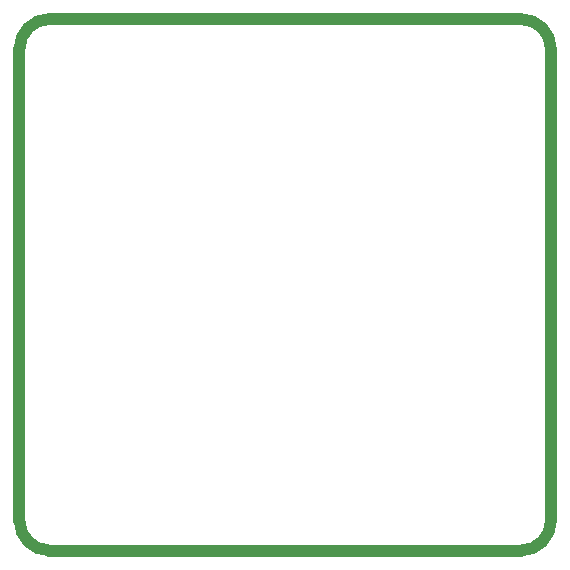
<source format=gm1>
G04 #@! TF.GenerationSoftware,KiCad,Pcbnew,(5.1.5)-3*
G04 #@! TF.CreationDate,2020-07-17T01:19:51+01:00*
G04 #@! TF.ProjectId,power-board,706f7765-722d-4626-9f61-72642e6b6963,v0*
G04 #@! TF.SameCoordinates,Original*
G04 #@! TF.FileFunction,Profile,NP*
%FSLAX46Y46*%
G04 Gerber Fmt 4.6, Leading zero omitted, Abs format (unit mm)*
G04 Created by KiCad (PCBNEW (5.1.5)-3) date 2020-07-17 01:19:51*
%MOMM*%
%LPD*%
G04 APERTURE LIST*
%ADD10C,1.000000*%
G04 APERTURE END LIST*
D10*
X177500000Y-127960000D02*
G75*
G02X174960000Y-130500000I-2540000J0D01*
G01*
X135040000Y-130500000D02*
G75*
G02X132500000Y-127960000I0J2540000D01*
G01*
X174960000Y-85500000D02*
G75*
G02X177500000Y-88040000I0J-2540000D01*
G01*
X132500000Y-88040000D02*
G75*
G02X135040000Y-85500000I2540000J0D01*
G01*
X177500000Y-88040000D02*
X177500000Y-127960000D01*
X132500000Y-88040000D02*
X132500000Y-127960000D01*
X135040000Y-130500000D02*
X174960000Y-130500000D01*
X135040000Y-85500000D02*
X174960000Y-85500000D01*
M02*

</source>
